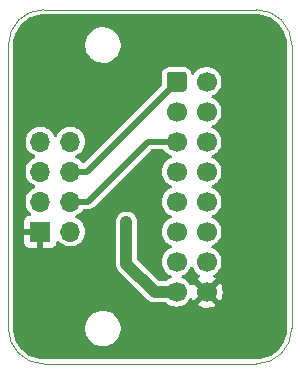
<source format=gbr>
G04 #@! TF.GenerationSoftware,KiCad,Pcbnew,6.0.10+dfsg-1~bpo11+1*
G04 #@! TF.ProjectId,project,70726f6a-6563-4742-9e6b-696361645f70,rev?*
G04 #@! TF.SameCoordinates,Original*
G04 #@! TF.FileFunction,Copper,L2,Bot*
G04 #@! TF.FilePolarity,Positive*
%FSLAX46Y46*%
G04 Gerber Fmt 4.6, Leading zero omitted, Abs format (unit mm)*
%MOMM*%
%LPD*%
G01*
G04 APERTURE LIST*
G04 #@! TA.AperFunction,Profile*
%ADD10C,0.100000*%
G04 #@! TD*
G04 #@! TA.AperFunction,ComponentPad*
%ADD11R,1.700000X1.700000*%
G04 #@! TD*
G04 #@! TA.AperFunction,ComponentPad*
%ADD12O,1.700000X1.700000*%
G04 #@! TD*
G04 #@! TA.AperFunction,ComponentPad*
%ADD13C,1.700000*%
G04 #@! TD*
G04 #@! TA.AperFunction,ViaPad*
%ADD14C,0.700000*%
G04 #@! TD*
G04 #@! TA.AperFunction,Conductor*
%ADD15C,0.500000*%
G04 #@! TD*
G04 #@! TA.AperFunction,Conductor*
%ADD16C,1.000000*%
G04 #@! TD*
G04 APERTURE END LIST*
D10*
X163500000Y-130000000D02*
X181500000Y-130000000D01*
X184500000Y-127000000D02*
X184500000Y-103000000D01*
X160500000Y-103000000D02*
X160500000Y-127000000D01*
X163500000Y-100000000D02*
G75*
G03*
X160500000Y-103000000I0J-3000000D01*
G01*
X160500000Y-127000000D02*
G75*
G03*
X163500000Y-130000000I3000000J0D01*
G01*
X184500000Y-103000000D02*
G75*
G03*
X181500000Y-100000000I-3000000J0D01*
G01*
X181500000Y-100000000D02*
X163500000Y-100000000D01*
X181500000Y-130000000D02*
G75*
G03*
X184500000Y-127000000I0J3000000D01*
G01*
D11*
X163210000Y-118800000D03*
D12*
X163210000Y-116260000D03*
X163210000Y-113720000D03*
X163210000Y-111180000D03*
X165750000Y-111180000D03*
X165750000Y-113720000D03*
X165750000Y-116260000D03*
X165750000Y-118800000D03*
G04 #@! TA.AperFunction,ComponentPad*
G36*
G01*
X173897500Y-106710000D02*
X173897500Y-105510000D01*
G75*
G02*
X174147500Y-105260000I250000J0D01*
G01*
X175347500Y-105260000D01*
G75*
G02*
X175597500Y-105510000I0J-250000D01*
G01*
X175597500Y-106710000D01*
G75*
G02*
X175347500Y-106960000I-250000J0D01*
G01*
X174147500Y-106960000D01*
G75*
G02*
X173897500Y-106710000I0J250000D01*
G01*
G37*
G04 #@! TD.AperFunction*
D13*
X177287500Y-106110000D03*
X174747500Y-108650000D03*
X177287500Y-108650000D03*
X174747500Y-111190000D03*
X177287500Y-111190000D03*
X174747500Y-113730000D03*
X177287500Y-113730000D03*
X174747500Y-116270000D03*
X177287500Y-116270000D03*
X174747500Y-118810000D03*
X177287500Y-118810000D03*
X174747500Y-121350000D03*
X177287500Y-121350000D03*
X174747500Y-123890000D03*
X177287500Y-123890000D03*
D14*
X170500000Y-118000000D03*
D15*
X167137500Y-113720000D02*
X174747500Y-106110000D01*
X165750000Y-113720000D02*
X167137500Y-113720000D01*
X165750000Y-116260000D02*
X167240000Y-116260000D01*
X172310000Y-111190000D02*
X174747500Y-111190000D01*
X167240000Y-116260000D02*
X172310000Y-111190000D01*
D16*
X170500000Y-121500000D02*
X172890000Y-123890000D01*
X172890000Y-123890000D02*
X174747500Y-123890000D01*
X170500000Y-118000000D02*
X170500000Y-121500000D01*
G04 #@! TA.AperFunction,Conductor*
G36*
X181478274Y-100402051D02*
G01*
X181500000Y-100405492D01*
X181509958Y-100403915D01*
X181536726Y-100402563D01*
X181672779Y-100410203D01*
X181783989Y-100416448D01*
X181798023Y-100418029D01*
X181934748Y-100441260D01*
X182071467Y-100464490D01*
X182085242Y-100467634D01*
X182351762Y-100544417D01*
X182365099Y-100549084D01*
X182522017Y-100614081D01*
X182621348Y-100655225D01*
X182634071Y-100661352D01*
X182876829Y-100795520D01*
X182888785Y-100803033D01*
X183114993Y-100963537D01*
X183126040Y-100972346D01*
X183332848Y-101157161D01*
X183342839Y-101167152D01*
X183527654Y-101373960D01*
X183536463Y-101385007D01*
X183696967Y-101611215D01*
X183704480Y-101623171D01*
X183808056Y-101810577D01*
X183838646Y-101865925D01*
X183844777Y-101878656D01*
X183950916Y-102134901D01*
X183955583Y-102148238D01*
X184032366Y-102414758D01*
X184035510Y-102428533D01*
X184066431Y-102610515D01*
X184081970Y-102701972D01*
X184083552Y-102716014D01*
X184097437Y-102963274D01*
X184096085Y-102990042D01*
X184094508Y-103000000D01*
X184096059Y-103009793D01*
X184097949Y-103021726D01*
X184099500Y-103041436D01*
X184099500Y-126958564D01*
X184097949Y-126978274D01*
X184094508Y-127000000D01*
X184096059Y-127009792D01*
X184096085Y-127009956D01*
X184097437Y-127036726D01*
X184083552Y-127283986D01*
X184081971Y-127298023D01*
X184058740Y-127434748D01*
X184035510Y-127571467D01*
X184032366Y-127585242D01*
X183955583Y-127851762D01*
X183950916Y-127865099D01*
X183844777Y-128121344D01*
X183838648Y-128134071D01*
X183704480Y-128376829D01*
X183696967Y-128388785D01*
X183536463Y-128614993D01*
X183527654Y-128626040D01*
X183342839Y-128832848D01*
X183332848Y-128842839D01*
X183126040Y-129027654D01*
X183114993Y-129036463D01*
X182888785Y-129196967D01*
X182876829Y-129204480D01*
X182634071Y-129338648D01*
X182621348Y-129344775D01*
X182522017Y-129385919D01*
X182365099Y-129450916D01*
X182351762Y-129455583D01*
X182085242Y-129532366D01*
X182071467Y-129535510D01*
X181934748Y-129558740D01*
X181798023Y-129581971D01*
X181783989Y-129583552D01*
X181672779Y-129589797D01*
X181536726Y-129597437D01*
X181509958Y-129596085D01*
X181500000Y-129594508D01*
X181490207Y-129596059D01*
X181478274Y-129597949D01*
X181458564Y-129599500D01*
X163541436Y-129599500D01*
X163521726Y-129597949D01*
X163509793Y-129596059D01*
X163500000Y-129594508D01*
X163490042Y-129596085D01*
X163463274Y-129597437D01*
X163327221Y-129589797D01*
X163216011Y-129583552D01*
X163201977Y-129581971D01*
X163065252Y-129558740D01*
X162928533Y-129535510D01*
X162914758Y-129532366D01*
X162648238Y-129455583D01*
X162634901Y-129450916D01*
X162477983Y-129385919D01*
X162378652Y-129344775D01*
X162365929Y-129338648D01*
X162123171Y-129204480D01*
X162111215Y-129196967D01*
X161885007Y-129036463D01*
X161873960Y-129027654D01*
X161667152Y-128842839D01*
X161657161Y-128832848D01*
X161472346Y-128626040D01*
X161463537Y-128614993D01*
X161303033Y-128388785D01*
X161295520Y-128376829D01*
X161161352Y-128134071D01*
X161155223Y-128121344D01*
X161049084Y-127865099D01*
X161044417Y-127851762D01*
X160967634Y-127585242D01*
X160964490Y-127571467D01*
X160941260Y-127434748D01*
X160918029Y-127298023D01*
X160916448Y-127283986D01*
X160906399Y-127105028D01*
X166998025Y-127105028D01*
X167035347Y-127348930D01*
X167112003Y-127583460D01*
X167225935Y-127802321D01*
X167374083Y-127999636D01*
X167552468Y-128170104D01*
X167556740Y-128173018D01*
X167556741Y-128173019D01*
X167585893Y-128192905D01*
X167756300Y-128309149D01*
X167868202Y-128361092D01*
X167975409Y-128410856D01*
X167975413Y-128410857D01*
X167980104Y-128413035D01*
X168217871Y-128478974D01*
X168223008Y-128479523D01*
X168415957Y-128500144D01*
X168415965Y-128500144D01*
X168419292Y-128500500D01*
X168562554Y-128500500D01*
X168565127Y-128500288D01*
X168565138Y-128500288D01*
X168740760Y-128485849D01*
X168740766Y-128485848D01*
X168745911Y-128485425D01*
X168985217Y-128425316D01*
X169211493Y-128326928D01*
X169418661Y-128192905D01*
X169440516Y-128173019D01*
X169476536Y-128140243D01*
X169601158Y-128026846D01*
X169604357Y-128022795D01*
X169604361Y-128022791D01*
X169750881Y-127837264D01*
X169750884Y-127837259D01*
X169754082Y-127833210D01*
X169756577Y-127828691D01*
X169870830Y-127621722D01*
X169870832Y-127621718D01*
X169873327Y-127617198D01*
X169884644Y-127585242D01*
X169953965Y-127389485D01*
X169953966Y-127389481D01*
X169955691Y-127384610D01*
X169956599Y-127379514D01*
X169998055Y-127146783D01*
X169998056Y-127146777D01*
X169998961Y-127141694D01*
X170000572Y-127009792D01*
X170001912Y-126900142D01*
X170001912Y-126900140D01*
X170001975Y-126894972D01*
X169964653Y-126651070D01*
X169887997Y-126416540D01*
X169774065Y-126197679D01*
X169625917Y-126000364D01*
X169447532Y-125829896D01*
X169419212Y-125810577D01*
X169247979Y-125693770D01*
X169247980Y-125693770D01*
X169243700Y-125690851D01*
X169131798Y-125638908D01*
X169024591Y-125589144D01*
X169024587Y-125589143D01*
X169019896Y-125586965D01*
X168782129Y-125521026D01*
X168776992Y-125520477D01*
X168584043Y-125499856D01*
X168584035Y-125499856D01*
X168580708Y-125499500D01*
X168437446Y-125499500D01*
X168434873Y-125499712D01*
X168434862Y-125499712D01*
X168259240Y-125514151D01*
X168259234Y-125514152D01*
X168254089Y-125514575D01*
X168014783Y-125574684D01*
X167788507Y-125673072D01*
X167581339Y-125807095D01*
X167577514Y-125810575D01*
X167577512Y-125810577D01*
X167556281Y-125829896D01*
X167398842Y-125973154D01*
X167395643Y-125977205D01*
X167395639Y-125977209D01*
X167249119Y-126162736D01*
X167249116Y-126162741D01*
X167245918Y-126166790D01*
X167243425Y-126171306D01*
X167243423Y-126171309D01*
X167231150Y-126193543D01*
X167126673Y-126382802D01*
X167124949Y-126387671D01*
X167124947Y-126387675D01*
X167112984Y-126421458D01*
X167044309Y-126615390D01*
X167001039Y-126858306D01*
X166998025Y-127105028D01*
X160906399Y-127105028D01*
X160902563Y-127036726D01*
X160903915Y-127009956D01*
X160903941Y-127009792D01*
X160905492Y-127000000D01*
X160902051Y-126978274D01*
X160900500Y-126958564D01*
X160900500Y-119694669D01*
X161852001Y-119694669D01*
X161852371Y-119701490D01*
X161857895Y-119752352D01*
X161861521Y-119767604D01*
X161906676Y-119888054D01*
X161915214Y-119903649D01*
X161991715Y-120005724D01*
X162004276Y-120018285D01*
X162106351Y-120094786D01*
X162121946Y-120103324D01*
X162242394Y-120148478D01*
X162257649Y-120152105D01*
X162308514Y-120157631D01*
X162315328Y-120158000D01*
X162937885Y-120158000D01*
X162953124Y-120153525D01*
X162954329Y-120152135D01*
X162956000Y-120144452D01*
X162956000Y-119072115D01*
X162951525Y-119056876D01*
X162950135Y-119055671D01*
X162942452Y-119054000D01*
X161870116Y-119054000D01*
X161854877Y-119058475D01*
X161853672Y-119059865D01*
X161852001Y-119067548D01*
X161852001Y-119694669D01*
X160900500Y-119694669D01*
X160900500Y-118527885D01*
X161852000Y-118527885D01*
X161856475Y-118543124D01*
X161857865Y-118544329D01*
X161865548Y-118546000D01*
X163338000Y-118546000D01*
X163406121Y-118566002D01*
X163452614Y-118619658D01*
X163464000Y-118672000D01*
X163464000Y-120139884D01*
X163468475Y-120155123D01*
X163469865Y-120156328D01*
X163477548Y-120157999D01*
X164104669Y-120157999D01*
X164111490Y-120157629D01*
X164162352Y-120152105D01*
X164177604Y-120148479D01*
X164298054Y-120103324D01*
X164313649Y-120094786D01*
X164415724Y-120018285D01*
X164428285Y-120005724D01*
X164504786Y-119903649D01*
X164513324Y-119888054D01*
X164558478Y-119767606D01*
X164562105Y-119752351D01*
X164567631Y-119701486D01*
X164568000Y-119694672D01*
X164568000Y-119689647D01*
X164588002Y-119621526D01*
X164641658Y-119575033D01*
X164711932Y-119564929D01*
X164776512Y-119594423D01*
X164787493Y-119605579D01*
X164788402Y-119606877D01*
X164943123Y-119761598D01*
X164947631Y-119764755D01*
X164947634Y-119764757D01*
X165117852Y-119883945D01*
X165122361Y-119887102D01*
X165127343Y-119889425D01*
X165127348Y-119889428D01*
X165291140Y-119965805D01*
X165320670Y-119979575D01*
X165325978Y-119980997D01*
X165325980Y-119980998D01*
X165357990Y-119989575D01*
X165532023Y-120036207D01*
X165750000Y-120055277D01*
X165967977Y-120036207D01*
X166142010Y-119989575D01*
X166174020Y-119980998D01*
X166174022Y-119980997D01*
X166179330Y-119979575D01*
X166208860Y-119965805D01*
X166372652Y-119889428D01*
X166372657Y-119889425D01*
X166377639Y-119887102D01*
X166382148Y-119883945D01*
X166552366Y-119764757D01*
X166552369Y-119764755D01*
X166556877Y-119761598D01*
X166711598Y-119606877D01*
X166837102Y-119427638D01*
X166929575Y-119229330D01*
X166986207Y-119017977D01*
X167005277Y-118800000D01*
X166986207Y-118582023D01*
X166933677Y-118385980D01*
X166930998Y-118375980D01*
X166930997Y-118375978D01*
X166929575Y-118370670D01*
X166841765Y-118182362D01*
X166839425Y-118177343D01*
X166839423Y-118177340D01*
X166837102Y-118172362D01*
X166711598Y-117993123D01*
X166556877Y-117838402D01*
X166552369Y-117835245D01*
X166552366Y-117835243D01*
X166382148Y-117716055D01*
X166382145Y-117716053D01*
X166377639Y-117712898D01*
X166372657Y-117710575D01*
X166372652Y-117710572D01*
X166230305Y-117644195D01*
X166177020Y-117597278D01*
X166157559Y-117529000D01*
X166178101Y-117461040D01*
X166230305Y-117415805D01*
X166372652Y-117349428D01*
X166372657Y-117349425D01*
X166377639Y-117347102D01*
X166382148Y-117343945D01*
X166552366Y-117224757D01*
X166552369Y-117224755D01*
X166556877Y-117221598D01*
X166711598Y-117066877D01*
X166783472Y-116964230D01*
X166838929Y-116919901D01*
X166886685Y-116910500D01*
X167159000Y-116910500D01*
X167170640Y-116911049D01*
X167178296Y-116912760D01*
X167186219Y-116912511D01*
X167248230Y-116910562D01*
X167252188Y-116910500D01*
X167280925Y-116910500D01*
X167285196Y-116909961D01*
X167297024Y-116909029D01*
X167342569Y-116907597D01*
X167350183Y-116905385D01*
X167350188Y-116905384D01*
X167362792Y-116901722D01*
X167382156Y-116897711D01*
X167403058Y-116895071D01*
X167410429Y-116892152D01*
X167410431Y-116892152D01*
X167445420Y-116878298D01*
X167456631Y-116874459D01*
X167500398Y-116861744D01*
X167518536Y-116851018D01*
X167536281Y-116842324D01*
X167555871Y-116834568D01*
X167592738Y-116807782D01*
X167602646Y-116801275D01*
X167635042Y-116782117D01*
X167635047Y-116782113D01*
X167641865Y-116778081D01*
X167656758Y-116763188D01*
X167671792Y-116750347D01*
X167682423Y-116742623D01*
X167688837Y-116737963D01*
X167717881Y-116702855D01*
X167725870Y-116694076D01*
X172542540Y-111877405D01*
X172604852Y-111843379D01*
X172631635Y-111840500D01*
X173610815Y-111840500D01*
X173678936Y-111860502D01*
X173714028Y-111894230D01*
X173785902Y-111996877D01*
X173940623Y-112151598D01*
X173945131Y-112154755D01*
X173945134Y-112154757D01*
X174108901Y-112269428D01*
X174119861Y-112277102D01*
X174124843Y-112279425D01*
X174124848Y-112279428D01*
X174267195Y-112345805D01*
X174320480Y-112392722D01*
X174339941Y-112461000D01*
X174319399Y-112528960D01*
X174267195Y-112574195D01*
X174124843Y-112640575D01*
X174124840Y-112640577D01*
X174119862Y-112642898D01*
X173940623Y-112768402D01*
X173785902Y-112923123D01*
X173660398Y-113102362D01*
X173567925Y-113300670D01*
X173511293Y-113512023D01*
X173492223Y-113730000D01*
X173511293Y-113947977D01*
X173512717Y-113953290D01*
X173565246Y-114149330D01*
X173567925Y-114159330D01*
X173570247Y-114164310D01*
X173570248Y-114164312D01*
X173657836Y-114352143D01*
X173660398Y-114357638D01*
X173785902Y-114536877D01*
X173940623Y-114691598D01*
X173945131Y-114694755D01*
X173945134Y-114694757D01*
X174108901Y-114809428D01*
X174119861Y-114817102D01*
X174124843Y-114819425D01*
X174124848Y-114819428D01*
X174267195Y-114885805D01*
X174320480Y-114932722D01*
X174339941Y-115001000D01*
X174319399Y-115068960D01*
X174267195Y-115114195D01*
X174124843Y-115180575D01*
X174124840Y-115180577D01*
X174119862Y-115182898D01*
X173940623Y-115308402D01*
X173785902Y-115463123D01*
X173660398Y-115642362D01*
X173567925Y-115840670D01*
X173511293Y-116052023D01*
X173492223Y-116270000D01*
X173511293Y-116487977D01*
X173512717Y-116493290D01*
X173565246Y-116689330D01*
X173567925Y-116699330D01*
X173570247Y-116704310D01*
X173570248Y-116704312D01*
X173657836Y-116892143D01*
X173660398Y-116897638D01*
X173785902Y-117076877D01*
X173940623Y-117231598D01*
X173945131Y-117234755D01*
X173945134Y-117234757D01*
X174115352Y-117353945D01*
X174119861Y-117357102D01*
X174124843Y-117359425D01*
X174124848Y-117359428D01*
X174267195Y-117425805D01*
X174320480Y-117472722D01*
X174339941Y-117541000D01*
X174319399Y-117608960D01*
X174267195Y-117654195D01*
X174124843Y-117720575D01*
X174124840Y-117720577D01*
X174119862Y-117722898D01*
X173940623Y-117848402D01*
X173785902Y-118003123D01*
X173660398Y-118182362D01*
X173567925Y-118380670D01*
X173511293Y-118592023D01*
X173492223Y-118810000D01*
X173511293Y-119027977D01*
X173521896Y-119067548D01*
X173565246Y-119229330D01*
X173567925Y-119239330D01*
X173570247Y-119244310D01*
X173570248Y-119244312D01*
X173657836Y-119432143D01*
X173660398Y-119437638D01*
X173785902Y-119616877D01*
X173940623Y-119771598D01*
X173945131Y-119774755D01*
X173945134Y-119774757D01*
X174106939Y-119888054D01*
X174119861Y-119897102D01*
X174124843Y-119899425D01*
X174124848Y-119899428D01*
X174267195Y-119965805D01*
X174320480Y-120012722D01*
X174339941Y-120081000D01*
X174319399Y-120148960D01*
X174267195Y-120194195D01*
X174124843Y-120260575D01*
X174124840Y-120260577D01*
X174119862Y-120262898D01*
X173940623Y-120388402D01*
X173785902Y-120543123D01*
X173660398Y-120722362D01*
X173567925Y-120920670D01*
X173511293Y-121132023D01*
X173492223Y-121350000D01*
X173511293Y-121567977D01*
X173567925Y-121779330D01*
X173570247Y-121784310D01*
X173570248Y-121784312D01*
X173639474Y-121932766D01*
X173660398Y-121977638D01*
X173785902Y-122156877D01*
X173940623Y-122311598D01*
X173945131Y-122314755D01*
X173945134Y-122314757D01*
X174115352Y-122433945D01*
X174119861Y-122437102D01*
X174124843Y-122439425D01*
X174124848Y-122439428D01*
X174267195Y-122505805D01*
X174320480Y-122552722D01*
X174339941Y-122621000D01*
X174319399Y-122688960D01*
X174267195Y-122734195D01*
X174124843Y-122800575D01*
X174124840Y-122800577D01*
X174119862Y-122802898D01*
X173940623Y-122928402D01*
X173916430Y-122952595D01*
X173854118Y-122986621D01*
X173827335Y-122989500D01*
X173315189Y-122989500D01*
X173247068Y-122969498D01*
X173226094Y-122952595D01*
X171437405Y-121163906D01*
X171403379Y-121101594D01*
X171400500Y-121074811D01*
X171400500Y-117952808D01*
X171387845Y-117832396D01*
X171386364Y-117818307D01*
X171386364Y-117818305D01*
X171385674Y-117811744D01*
X171327179Y-117631716D01*
X171273650Y-117539000D01*
X171235836Y-117473505D01*
X171232533Y-117467784D01*
X171217890Y-117451521D01*
X171110286Y-117332015D01*
X171110284Y-117332014D01*
X171105871Y-117327112D01*
X170952730Y-117215849D01*
X170779803Y-117138856D01*
X170681788Y-117118022D01*
X170601103Y-117100872D01*
X170601099Y-117100872D01*
X170594646Y-117099500D01*
X170405354Y-117099500D01*
X170398901Y-117100872D01*
X170398897Y-117100872D01*
X170318212Y-117118022D01*
X170220197Y-117138856D01*
X170047270Y-117215849D01*
X169894129Y-117327112D01*
X169889716Y-117332014D01*
X169889714Y-117332015D01*
X169782110Y-117451521D01*
X169767467Y-117467784D01*
X169764164Y-117473505D01*
X169726351Y-117539000D01*
X169672821Y-117631716D01*
X169614326Y-117811744D01*
X169613636Y-117818305D01*
X169613636Y-117818307D01*
X169612155Y-117832396D01*
X169599500Y-117952808D01*
X169599500Y-121419213D01*
X169597949Y-121438923D01*
X169595781Y-121452612D01*
X169596126Y-121459200D01*
X169596126Y-121459204D01*
X169599327Y-121520280D01*
X169599500Y-121526874D01*
X169599500Y-121547192D01*
X169599843Y-121550459D01*
X169599844Y-121550470D01*
X169601624Y-121567400D01*
X169602141Y-121573966D01*
X169605687Y-121641646D01*
X169609274Y-121655031D01*
X169612878Y-121674479D01*
X169614326Y-121688256D01*
X169616366Y-121694533D01*
X169616366Y-121694535D01*
X169635265Y-121752701D01*
X169637138Y-121759025D01*
X169652970Y-121818109D01*
X169652972Y-121818115D01*
X169654680Y-121824488D01*
X169657676Y-121830367D01*
X169657677Y-121830371D01*
X169660973Y-121836840D01*
X169668536Y-121855097D01*
X169672821Y-121868284D01*
X169676121Y-121873999D01*
X169676121Y-121874000D01*
X169706703Y-121926971D01*
X169709849Y-121932766D01*
X169735009Y-121982143D01*
X169740617Y-121993149D01*
X169744771Y-121998278D01*
X169744771Y-121998279D01*
X169749339Y-122003920D01*
X169760534Y-122020209D01*
X169767467Y-122032216D01*
X169771888Y-122037126D01*
X169812815Y-122082580D01*
X169817099Y-122087596D01*
X169829881Y-122103380D01*
X169844230Y-122117729D01*
X169848771Y-122122513D01*
X169883220Y-122160772D01*
X169894129Y-122172888D01*
X169905351Y-122181041D01*
X169920379Y-122193878D01*
X172196122Y-124469621D01*
X172208959Y-124484649D01*
X172217112Y-124495871D01*
X172222014Y-124500284D01*
X172222015Y-124500286D01*
X172267487Y-124541229D01*
X172272271Y-124545770D01*
X172286620Y-124560119D01*
X172289184Y-124562195D01*
X172302404Y-124572901D01*
X172307420Y-124577185D01*
X172357784Y-124622533D01*
X172369791Y-124629466D01*
X172386080Y-124640661D01*
X172396851Y-124649383D01*
X172402731Y-124652379D01*
X172402734Y-124652381D01*
X172457234Y-124680151D01*
X172463029Y-124683297D01*
X172516000Y-124713879D01*
X172521716Y-124717179D01*
X172533547Y-124721023D01*
X172534903Y-124721464D01*
X172553160Y-124729027D01*
X172559629Y-124732323D01*
X172559633Y-124732324D01*
X172565512Y-124735320D01*
X172630980Y-124752862D01*
X172637281Y-124754729D01*
X172701744Y-124775674D01*
X172715087Y-124777076D01*
X172715533Y-124777123D01*
X172734971Y-124780726D01*
X172736540Y-124781146D01*
X172748354Y-124784312D01*
X172754954Y-124784658D01*
X172754955Y-124784658D01*
X172816011Y-124787858D01*
X172822585Y-124788375D01*
X172839534Y-124790156D01*
X172839536Y-124790156D01*
X172842808Y-124790500D01*
X172863133Y-124790500D01*
X172869727Y-124790673D01*
X172930796Y-124793874D01*
X172930801Y-124793874D01*
X172937388Y-124794219D01*
X172951077Y-124792051D01*
X172970787Y-124790500D01*
X173827335Y-124790500D01*
X173895456Y-124810502D01*
X173916430Y-124827405D01*
X173940623Y-124851598D01*
X173945131Y-124854755D01*
X173945134Y-124854757D01*
X174115352Y-124973945D01*
X174119861Y-124977102D01*
X174124843Y-124979425D01*
X174124848Y-124979428D01*
X174292200Y-125057465D01*
X174318170Y-125069575D01*
X174323478Y-125070997D01*
X174323480Y-125070998D01*
X174389245Y-125088620D01*
X174529523Y-125126207D01*
X174747500Y-125145277D01*
X174965477Y-125126207D01*
X175105755Y-125088620D01*
X175171520Y-125070998D01*
X175171522Y-125070997D01*
X175176830Y-125069575D01*
X175202800Y-125057465D01*
X175294182Y-125014853D01*
X176527477Y-125014853D01*
X176532758Y-125021907D01*
X176694256Y-125116279D01*
X176703542Y-125120729D01*
X176902501Y-125196703D01*
X176912399Y-125199579D01*
X177121095Y-125242038D01*
X177131323Y-125243257D01*
X177344150Y-125251062D01*
X177354436Y-125250595D01*
X177565685Y-125223534D01*
X177575762Y-125221392D01*
X177779755Y-125160191D01*
X177789342Y-125156433D01*
X177980598Y-125062738D01*
X177989444Y-125057465D01*
X178036747Y-125023723D01*
X178045148Y-125013023D01*
X178038160Y-124999870D01*
X177300312Y-124262022D01*
X177286368Y-124254408D01*
X177284535Y-124254539D01*
X177277920Y-124258790D01*
X176534237Y-125002473D01*
X176527477Y-125014853D01*
X175294182Y-125014853D01*
X175370152Y-124979428D01*
X175370157Y-124979425D01*
X175375139Y-124977102D01*
X175379648Y-124973945D01*
X175549866Y-124854757D01*
X175549869Y-124854755D01*
X175554377Y-124851598D01*
X175709098Y-124696877D01*
X175834602Y-124517638D01*
X175838725Y-124508798D01*
X175841955Y-124501870D01*
X175888871Y-124448585D01*
X175957148Y-124429123D01*
X176025108Y-124449664D01*
X176068615Y-124498306D01*
X176073915Y-124508798D01*
X176153960Y-124639420D01*
X176164416Y-124648880D01*
X176173194Y-124645096D01*
X176915478Y-123902812D01*
X176921856Y-123891132D01*
X177651908Y-123891132D01*
X177652039Y-123892965D01*
X177656290Y-123899580D01*
X178397974Y-124641264D01*
X178409984Y-124647823D01*
X178421723Y-124638855D01*
X178452504Y-124596019D01*
X178457815Y-124587180D01*
X178552170Y-124396267D01*
X178555969Y-124386672D01*
X178617876Y-124182915D01*
X178620055Y-124172834D01*
X178648090Y-123959887D01*
X178648609Y-123953212D01*
X178650072Y-123893364D01*
X178649878Y-123886646D01*
X178632281Y-123672604D01*
X178630596Y-123662424D01*
X178578714Y-123455875D01*
X178575394Y-123446124D01*
X178490472Y-123250814D01*
X178485605Y-123241739D01*
X178420563Y-123141197D01*
X178409877Y-123131995D01*
X178400312Y-123136398D01*
X177659522Y-123877188D01*
X177651908Y-123891132D01*
X176921856Y-123891132D01*
X176923092Y-123888868D01*
X176922961Y-123887035D01*
X176918710Y-123880420D01*
X176177349Y-123139059D01*
X176165813Y-123132759D01*
X176153531Y-123142382D01*
X176105589Y-123212662D01*
X176100504Y-123221613D01*
X176072405Y-123282148D01*
X176025581Y-123335515D01*
X175957338Y-123355096D01*
X175889342Y-123334672D01*
X175843923Y-123282350D01*
X175836925Y-123267344D01*
X175834602Y-123262362D01*
X175709098Y-123083123D01*
X175554377Y-122928402D01*
X175549869Y-122925245D01*
X175549866Y-122925243D01*
X175379648Y-122806055D01*
X175379645Y-122806053D01*
X175375139Y-122802898D01*
X175370157Y-122800575D01*
X175370152Y-122800572D01*
X175227805Y-122734195D01*
X175174520Y-122687278D01*
X175155059Y-122619000D01*
X175175601Y-122551040D01*
X175227805Y-122505805D01*
X175370152Y-122439428D01*
X175370157Y-122439425D01*
X175375139Y-122437102D01*
X175379648Y-122433945D01*
X175549866Y-122314757D01*
X175549869Y-122314755D01*
X175554377Y-122311598D01*
X175709098Y-122156877D01*
X175834602Y-121977638D01*
X175855527Y-121932766D01*
X175903305Y-121830305D01*
X175950223Y-121777020D01*
X176018500Y-121757559D01*
X176086460Y-121778101D01*
X176131695Y-121830305D01*
X176179474Y-121932766D01*
X176200398Y-121977638D01*
X176325902Y-122156877D01*
X176480623Y-122311598D01*
X176485131Y-122314755D01*
X176485134Y-122314757D01*
X176655352Y-122433945D01*
X176659861Y-122437102D01*
X176664843Y-122439425D01*
X176664848Y-122439428D01*
X176680163Y-122446569D01*
X176733448Y-122493486D01*
X176752909Y-122561764D01*
X176732367Y-122629724D01*
X176685093Y-122672527D01*
X176565966Y-122734540D01*
X176557234Y-122740039D01*
X176537177Y-122755099D01*
X176528723Y-122766427D01*
X176535468Y-122778758D01*
X177274688Y-123517978D01*
X177288632Y-123525592D01*
X177290465Y-123525461D01*
X177297080Y-123521210D01*
X178040889Y-122777401D01*
X178047910Y-122764544D01*
X178041111Y-122755213D01*
X178037054Y-122752518D01*
X177888452Y-122670485D01*
X177838482Y-122620053D01*
X177823710Y-122550610D01*
X177848826Y-122484205D01*
X177896096Y-122445982D01*
X177910152Y-122439428D01*
X177910157Y-122439425D01*
X177915139Y-122437102D01*
X177919648Y-122433945D01*
X178089866Y-122314757D01*
X178089869Y-122314755D01*
X178094377Y-122311598D01*
X178249098Y-122156877D01*
X178374602Y-121977638D01*
X178395527Y-121932766D01*
X178464752Y-121784312D01*
X178464753Y-121784310D01*
X178467075Y-121779330D01*
X178523707Y-121567977D01*
X178542777Y-121350000D01*
X178523707Y-121132023D01*
X178467075Y-120920670D01*
X178374602Y-120722362D01*
X178249098Y-120543123D01*
X178094377Y-120388402D01*
X178089869Y-120385245D01*
X178089866Y-120385243D01*
X177919648Y-120266055D01*
X177919645Y-120266053D01*
X177915139Y-120262898D01*
X177910157Y-120260575D01*
X177910152Y-120260572D01*
X177767805Y-120194195D01*
X177714520Y-120147278D01*
X177695059Y-120079000D01*
X177715601Y-120011040D01*
X177767805Y-119965805D01*
X177910152Y-119899428D01*
X177910157Y-119899425D01*
X177915139Y-119897102D01*
X177928061Y-119888054D01*
X178089866Y-119774757D01*
X178089869Y-119774755D01*
X178094377Y-119771598D01*
X178249098Y-119616877D01*
X178374602Y-119437638D01*
X178377165Y-119432143D01*
X178464752Y-119244312D01*
X178464753Y-119244310D01*
X178467075Y-119239330D01*
X178469755Y-119229330D01*
X178513104Y-119067548D01*
X178523707Y-119027977D01*
X178542777Y-118810000D01*
X178523707Y-118592023D01*
X178467075Y-118380670D01*
X178374602Y-118182362D01*
X178249098Y-118003123D01*
X178094377Y-117848402D01*
X178089869Y-117845245D01*
X178089866Y-117845243D01*
X177919648Y-117726055D01*
X177919645Y-117726053D01*
X177915139Y-117722898D01*
X177910157Y-117720575D01*
X177910152Y-117720572D01*
X177767805Y-117654195D01*
X177714520Y-117607278D01*
X177695059Y-117539000D01*
X177715601Y-117471040D01*
X177767805Y-117425805D01*
X177910152Y-117359428D01*
X177910157Y-117359425D01*
X177915139Y-117357102D01*
X177919648Y-117353945D01*
X178089866Y-117234757D01*
X178089869Y-117234755D01*
X178094377Y-117231598D01*
X178249098Y-117076877D01*
X178374602Y-116897638D01*
X178377165Y-116892143D01*
X178464752Y-116704312D01*
X178464753Y-116704310D01*
X178467075Y-116699330D01*
X178469755Y-116689330D01*
X178522283Y-116493290D01*
X178523707Y-116487977D01*
X178542777Y-116270000D01*
X178523707Y-116052023D01*
X178467075Y-115840670D01*
X178374602Y-115642362D01*
X178249098Y-115463123D01*
X178094377Y-115308402D01*
X178089869Y-115305245D01*
X178089866Y-115305243D01*
X177919648Y-115186055D01*
X177919645Y-115186053D01*
X177915139Y-115182898D01*
X177910157Y-115180575D01*
X177910152Y-115180572D01*
X177767805Y-115114195D01*
X177714520Y-115067278D01*
X177695059Y-114999000D01*
X177715601Y-114931040D01*
X177767805Y-114885805D01*
X177910152Y-114819428D01*
X177910157Y-114819425D01*
X177915139Y-114817102D01*
X177926099Y-114809428D01*
X178089866Y-114694757D01*
X178089869Y-114694755D01*
X178094377Y-114691598D01*
X178249098Y-114536877D01*
X178374602Y-114357638D01*
X178377165Y-114352143D01*
X178464752Y-114164312D01*
X178464753Y-114164310D01*
X178467075Y-114159330D01*
X178469755Y-114149330D01*
X178522283Y-113953290D01*
X178523707Y-113947977D01*
X178542777Y-113730000D01*
X178523707Y-113512023D01*
X178467075Y-113300670D01*
X178374602Y-113102362D01*
X178249098Y-112923123D01*
X178094377Y-112768402D01*
X178089869Y-112765245D01*
X178089866Y-112765243D01*
X177919648Y-112646055D01*
X177919645Y-112646053D01*
X177915139Y-112642898D01*
X177910157Y-112640575D01*
X177910152Y-112640572D01*
X177767805Y-112574195D01*
X177714520Y-112527278D01*
X177695059Y-112459000D01*
X177715601Y-112391040D01*
X177767805Y-112345805D01*
X177910152Y-112279428D01*
X177910157Y-112279425D01*
X177915139Y-112277102D01*
X177926099Y-112269428D01*
X178089866Y-112154757D01*
X178089869Y-112154755D01*
X178094377Y-112151598D01*
X178249098Y-111996877D01*
X178374602Y-111817638D01*
X178377165Y-111812143D01*
X178464752Y-111624312D01*
X178464753Y-111624310D01*
X178467075Y-111619330D01*
X178469755Y-111609330D01*
X178522283Y-111413290D01*
X178523707Y-111407977D01*
X178542777Y-111190000D01*
X178523707Y-110972023D01*
X178467075Y-110760670D01*
X178438622Y-110699653D01*
X178376925Y-110567343D01*
X178376923Y-110567340D01*
X178374602Y-110562362D01*
X178249098Y-110383123D01*
X178094377Y-110228402D01*
X178089869Y-110225245D01*
X178089866Y-110225243D01*
X177919648Y-110106055D01*
X177919645Y-110106053D01*
X177915139Y-110102898D01*
X177910157Y-110100575D01*
X177910152Y-110100572D01*
X177767805Y-110034195D01*
X177714520Y-109987278D01*
X177695059Y-109919000D01*
X177715601Y-109851040D01*
X177767805Y-109805805D01*
X177910152Y-109739428D01*
X177910157Y-109739425D01*
X177915139Y-109737102D01*
X177919648Y-109733945D01*
X178089866Y-109614757D01*
X178089869Y-109614755D01*
X178094377Y-109611598D01*
X178249098Y-109456877D01*
X178374602Y-109277638D01*
X178467075Y-109079330D01*
X178523707Y-108867977D01*
X178542777Y-108650000D01*
X178523707Y-108432023D01*
X178467075Y-108220670D01*
X178374602Y-108022362D01*
X178249098Y-107843123D01*
X178094377Y-107688402D01*
X178089869Y-107685245D01*
X178089866Y-107685243D01*
X177919648Y-107566055D01*
X177919645Y-107566053D01*
X177915139Y-107562898D01*
X177910157Y-107560575D01*
X177910152Y-107560572D01*
X177767805Y-107494195D01*
X177714520Y-107447278D01*
X177695059Y-107379000D01*
X177715601Y-107311040D01*
X177767805Y-107265805D01*
X177910152Y-107199428D01*
X177910157Y-107199425D01*
X177915139Y-107197102D01*
X178036870Y-107111865D01*
X178089866Y-107074757D01*
X178089869Y-107074755D01*
X178094377Y-107071598D01*
X178249098Y-106916877D01*
X178374602Y-106737638D01*
X178467075Y-106539330D01*
X178523707Y-106327977D01*
X178542777Y-106110000D01*
X178523707Y-105892023D01*
X178467075Y-105680670D01*
X178464752Y-105675688D01*
X178376925Y-105487343D01*
X178376923Y-105487340D01*
X178374602Y-105482362D01*
X178249098Y-105303123D01*
X178094377Y-105148402D01*
X178089869Y-105145245D01*
X178089866Y-105145243D01*
X177919648Y-105026055D01*
X177919645Y-105026053D01*
X177915139Y-105022898D01*
X177910157Y-105020575D01*
X177910152Y-105020572D01*
X177721812Y-104932748D01*
X177721811Y-104932747D01*
X177716830Y-104930425D01*
X177711522Y-104929003D01*
X177711520Y-104929002D01*
X177625839Y-104906044D01*
X177505477Y-104873793D01*
X177287500Y-104854723D01*
X177069523Y-104873793D01*
X176949161Y-104906044D01*
X176863480Y-104929002D01*
X176863478Y-104929003D01*
X176858170Y-104930425D01*
X176853190Y-104932747D01*
X176853188Y-104932748D01*
X176664843Y-105020575D01*
X176664840Y-105020577D01*
X176659862Y-105022898D01*
X176480623Y-105148402D01*
X176325902Y-105303123D01*
X176220873Y-105453121D01*
X176165418Y-105497449D01*
X176094798Y-105504758D01*
X176031438Y-105472728D01*
X175995452Y-105411527D01*
X175995402Y-105411297D01*
X175995098Y-105407431D01*
X175966105Y-105307635D01*
X175951456Y-105257215D01*
X175951455Y-105257214D01*
X175949244Y-105249602D01*
X175865581Y-105108135D01*
X175749365Y-104991919D01*
X175607898Y-104908256D01*
X175600286Y-104906045D01*
X175600285Y-104906044D01*
X175456254Y-104864199D01*
X175456255Y-104864199D01*
X175450069Y-104862402D01*
X175436916Y-104861367D01*
X175415653Y-104859693D01*
X175415640Y-104859692D01*
X175413194Y-104859500D01*
X174081806Y-104859500D01*
X174079360Y-104859692D01*
X174079347Y-104859693D01*
X174058084Y-104861367D01*
X174044931Y-104862402D01*
X174038745Y-104864199D01*
X174038746Y-104864199D01*
X173894715Y-104906044D01*
X173894714Y-104906045D01*
X173887102Y-104908256D01*
X173745635Y-104991919D01*
X173629419Y-105108135D01*
X173545756Y-105249602D01*
X173543545Y-105257214D01*
X173543544Y-105257215D01*
X173528896Y-105307635D01*
X173499902Y-105407431D01*
X173499397Y-105413850D01*
X173497193Y-105441847D01*
X173497192Y-105441860D01*
X173497000Y-105444306D01*
X173497000Y-106388364D01*
X173476998Y-106456485D01*
X173460095Y-106477459D01*
X166946613Y-112990941D01*
X166884301Y-113024967D01*
X166813486Y-113019902D01*
X166754308Y-112974119D01*
X166711598Y-112913123D01*
X166556877Y-112758402D01*
X166552369Y-112755245D01*
X166552366Y-112755243D01*
X166382148Y-112636055D01*
X166382145Y-112636053D01*
X166377639Y-112632898D01*
X166372657Y-112630575D01*
X166372652Y-112630572D01*
X166230305Y-112564195D01*
X166177020Y-112517278D01*
X166157559Y-112449000D01*
X166178101Y-112381040D01*
X166230305Y-112335805D01*
X166372652Y-112269428D01*
X166372657Y-112269425D01*
X166377639Y-112267102D01*
X166382148Y-112263945D01*
X166552366Y-112144757D01*
X166552369Y-112144755D01*
X166556877Y-112141598D01*
X166711598Y-111986877D01*
X166837102Y-111807638D01*
X166929575Y-111609330D01*
X166986207Y-111397977D01*
X167005277Y-111180000D01*
X166986207Y-110962023D01*
X166933677Y-110765980D01*
X166930998Y-110755980D01*
X166930997Y-110755978D01*
X166929575Y-110750670D01*
X166903069Y-110693827D01*
X166839425Y-110557343D01*
X166839423Y-110557340D01*
X166837102Y-110552362D01*
X166711598Y-110373123D01*
X166556877Y-110218402D01*
X166552369Y-110215245D01*
X166552366Y-110215243D01*
X166382148Y-110096055D01*
X166382145Y-110096053D01*
X166377639Y-110092898D01*
X166372657Y-110090575D01*
X166372652Y-110090572D01*
X166184312Y-110002748D01*
X166184311Y-110002747D01*
X166179330Y-110000425D01*
X166174022Y-109999003D01*
X166174020Y-109999002D01*
X166108255Y-109981380D01*
X165967977Y-109943793D01*
X165750000Y-109924723D01*
X165532023Y-109943793D01*
X165391745Y-109981380D01*
X165325980Y-109999002D01*
X165325978Y-109999003D01*
X165320670Y-110000425D01*
X165315690Y-110002747D01*
X165315688Y-110002748D01*
X165127343Y-110090575D01*
X165127340Y-110090577D01*
X165122362Y-110092898D01*
X164943123Y-110218402D01*
X164788402Y-110373123D01*
X164662898Y-110552362D01*
X164660577Y-110557340D01*
X164660575Y-110557343D01*
X164594195Y-110699695D01*
X164547277Y-110752980D01*
X164479000Y-110772441D01*
X164411040Y-110751899D01*
X164365805Y-110699695D01*
X164299425Y-110557343D01*
X164299423Y-110557340D01*
X164297102Y-110552362D01*
X164171598Y-110373123D01*
X164016877Y-110218402D01*
X164012369Y-110215245D01*
X164012366Y-110215243D01*
X163842148Y-110096055D01*
X163842145Y-110096053D01*
X163837639Y-110092898D01*
X163832657Y-110090575D01*
X163832652Y-110090572D01*
X163644312Y-110002748D01*
X163644311Y-110002747D01*
X163639330Y-110000425D01*
X163634022Y-109999003D01*
X163634020Y-109999002D01*
X163568255Y-109981380D01*
X163427977Y-109943793D01*
X163210000Y-109924723D01*
X162992023Y-109943793D01*
X162851745Y-109981380D01*
X162785980Y-109999002D01*
X162785978Y-109999003D01*
X162780670Y-110000425D01*
X162775690Y-110002747D01*
X162775688Y-110002748D01*
X162587343Y-110090575D01*
X162587340Y-110090577D01*
X162582362Y-110092898D01*
X162403123Y-110218402D01*
X162248402Y-110373123D01*
X162122898Y-110552362D01*
X162120577Y-110557340D01*
X162120575Y-110557343D01*
X162056931Y-110693827D01*
X162030425Y-110750670D01*
X162029003Y-110755978D01*
X162029002Y-110755980D01*
X162026323Y-110765980D01*
X161973793Y-110962023D01*
X161954723Y-111180000D01*
X161973793Y-111397977D01*
X162030425Y-111609330D01*
X162122898Y-111807638D01*
X162248402Y-111986877D01*
X162403123Y-112141598D01*
X162407631Y-112144755D01*
X162407634Y-112144757D01*
X162577852Y-112263945D01*
X162582361Y-112267102D01*
X162587343Y-112269425D01*
X162587348Y-112269428D01*
X162729695Y-112335805D01*
X162782980Y-112382722D01*
X162802441Y-112451000D01*
X162781899Y-112518960D01*
X162729695Y-112564195D01*
X162587343Y-112630575D01*
X162587340Y-112630577D01*
X162582362Y-112632898D01*
X162403123Y-112758402D01*
X162248402Y-112913123D01*
X162122898Y-113092362D01*
X162120577Y-113097340D01*
X162120575Y-113097343D01*
X162118235Y-113102362D01*
X162030425Y-113290670D01*
X162029003Y-113295978D01*
X162029002Y-113295980D01*
X162026323Y-113305980D01*
X161973793Y-113502023D01*
X161954723Y-113720000D01*
X161973793Y-113937977D01*
X162030425Y-114149330D01*
X162032747Y-114154310D01*
X162032748Y-114154312D01*
X162118543Y-114338298D01*
X162122898Y-114347638D01*
X162248402Y-114526877D01*
X162403123Y-114681598D01*
X162407631Y-114684755D01*
X162407634Y-114684757D01*
X162577852Y-114803945D01*
X162582361Y-114807102D01*
X162587343Y-114809425D01*
X162587348Y-114809428D01*
X162729695Y-114875805D01*
X162782980Y-114922722D01*
X162802441Y-114991000D01*
X162781899Y-115058960D01*
X162729695Y-115104195D01*
X162587343Y-115170575D01*
X162587340Y-115170577D01*
X162582362Y-115172898D01*
X162403123Y-115298402D01*
X162248402Y-115453123D01*
X162122898Y-115632362D01*
X162120577Y-115637340D01*
X162120575Y-115637343D01*
X162118235Y-115642362D01*
X162030425Y-115830670D01*
X162029003Y-115835978D01*
X162029002Y-115835980D01*
X162026323Y-115845980D01*
X161973793Y-116042023D01*
X161954723Y-116260000D01*
X161973793Y-116477977D01*
X162030425Y-116689330D01*
X162032747Y-116694310D01*
X162032748Y-116694312D01*
X162118543Y-116878298D01*
X162122898Y-116887638D01*
X162248402Y-117066877D01*
X162403123Y-117221598D01*
X162402902Y-117221819D01*
X162440673Y-117278597D01*
X162441795Y-117349585D01*
X162404360Y-117409910D01*
X162340253Y-117440420D01*
X162320353Y-117442001D01*
X162315331Y-117442001D01*
X162308510Y-117442371D01*
X162257648Y-117447895D01*
X162242396Y-117451521D01*
X162121946Y-117496676D01*
X162106351Y-117505214D01*
X162004276Y-117581715D01*
X161991715Y-117594276D01*
X161915214Y-117696351D01*
X161906676Y-117711946D01*
X161861522Y-117832394D01*
X161857895Y-117847649D01*
X161852369Y-117898514D01*
X161852000Y-117905328D01*
X161852000Y-118527885D01*
X160900500Y-118527885D01*
X160900500Y-103105028D01*
X166998025Y-103105028D01*
X167035347Y-103348930D01*
X167112003Y-103583460D01*
X167225935Y-103802321D01*
X167374083Y-103999636D01*
X167552468Y-104170104D01*
X167556740Y-104173018D01*
X167556741Y-104173019D01*
X167585893Y-104192905D01*
X167756300Y-104309149D01*
X167868202Y-104361092D01*
X167975409Y-104410856D01*
X167975413Y-104410857D01*
X167980104Y-104413035D01*
X168217871Y-104478974D01*
X168223008Y-104479523D01*
X168415957Y-104500144D01*
X168415965Y-104500144D01*
X168419292Y-104500500D01*
X168562554Y-104500500D01*
X168565127Y-104500288D01*
X168565138Y-104500288D01*
X168740760Y-104485849D01*
X168740766Y-104485848D01*
X168745911Y-104485425D01*
X168985217Y-104425316D01*
X169211493Y-104326928D01*
X169418661Y-104192905D01*
X169440516Y-104173019D01*
X169476536Y-104140243D01*
X169601158Y-104026846D01*
X169604357Y-104022795D01*
X169604361Y-104022791D01*
X169750881Y-103837264D01*
X169750884Y-103837259D01*
X169754082Y-103833210D01*
X169756577Y-103828691D01*
X169870830Y-103621722D01*
X169870832Y-103621718D01*
X169873327Y-103617198D01*
X169885275Y-103583460D01*
X169953965Y-103389485D01*
X169953966Y-103389481D01*
X169955691Y-103384610D01*
X169998961Y-103141694D01*
X170001975Y-102894972D01*
X169964653Y-102651070D01*
X169887997Y-102416540D01*
X169774065Y-102197679D01*
X169625917Y-102000364D01*
X169447532Y-101829896D01*
X169419212Y-101810577D01*
X169247979Y-101693770D01*
X169247980Y-101693770D01*
X169243700Y-101690851D01*
X169097913Y-101623179D01*
X169024591Y-101589144D01*
X169024587Y-101589143D01*
X169019896Y-101586965D01*
X168782129Y-101521026D01*
X168776992Y-101520477D01*
X168584043Y-101499856D01*
X168584035Y-101499856D01*
X168580708Y-101499500D01*
X168437446Y-101499500D01*
X168434873Y-101499712D01*
X168434862Y-101499712D01*
X168259240Y-101514151D01*
X168259234Y-101514152D01*
X168254089Y-101514575D01*
X168014783Y-101574684D01*
X167788507Y-101673072D01*
X167581339Y-101807095D01*
X167577514Y-101810575D01*
X167577512Y-101810577D01*
X167556281Y-101829896D01*
X167398842Y-101973154D01*
X167395643Y-101977205D01*
X167395639Y-101977209D01*
X167249119Y-102162736D01*
X167249116Y-102162741D01*
X167245918Y-102166790D01*
X167243425Y-102171306D01*
X167243423Y-102171309D01*
X167231150Y-102193543D01*
X167126673Y-102382802D01*
X167124949Y-102387671D01*
X167124947Y-102387675D01*
X167046035Y-102610515D01*
X167044309Y-102615390D01*
X167043402Y-102620483D01*
X167043401Y-102620486D01*
X167027644Y-102708948D01*
X167001039Y-102858306D01*
X167000976Y-102863469D01*
X166999346Y-102996933D01*
X166998025Y-103105028D01*
X160900500Y-103105028D01*
X160900500Y-103041436D01*
X160902051Y-103021726D01*
X160903941Y-103009793D01*
X160905492Y-103000000D01*
X160903915Y-102990042D01*
X160902563Y-102963274D01*
X160916448Y-102716014D01*
X160918030Y-102701972D01*
X160933570Y-102610515D01*
X160964490Y-102428533D01*
X160967634Y-102414758D01*
X161044417Y-102148238D01*
X161049084Y-102134901D01*
X161155223Y-101878656D01*
X161161354Y-101865925D01*
X161191944Y-101810577D01*
X161295520Y-101623171D01*
X161303033Y-101611215D01*
X161463537Y-101385007D01*
X161472346Y-101373960D01*
X161657161Y-101167152D01*
X161667152Y-101157161D01*
X161873960Y-100972346D01*
X161885007Y-100963537D01*
X162111215Y-100803033D01*
X162123171Y-100795520D01*
X162365929Y-100661352D01*
X162378652Y-100655225D01*
X162477983Y-100614081D01*
X162634901Y-100549084D01*
X162648238Y-100544417D01*
X162914758Y-100467634D01*
X162928533Y-100464490D01*
X163065252Y-100441260D01*
X163201977Y-100418029D01*
X163216011Y-100416448D01*
X163327221Y-100410203D01*
X163463274Y-100402563D01*
X163490042Y-100403915D01*
X163500000Y-100405492D01*
X163521726Y-100402051D01*
X163541436Y-100400500D01*
X181458564Y-100400500D01*
X181478274Y-100402051D01*
G37*
G04 #@! TD.AperFunction*
M02*

</source>
